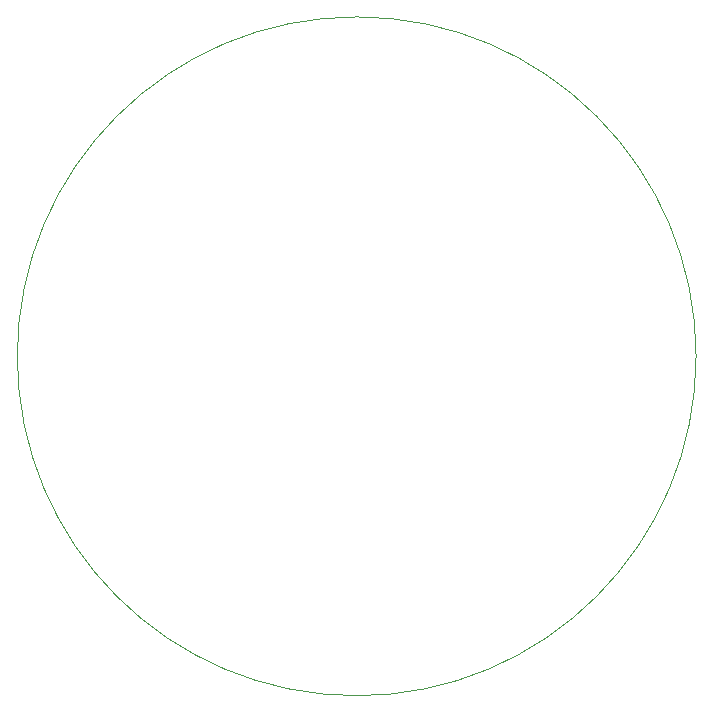
<source format=gm1>
G04 #@! TF.GenerationSoftware,KiCad,Pcbnew,5.1.5+dfsg1-2build2*
G04 #@! TF.CreationDate,2021-12-24T19:22:18+01:00*
G04 #@! TF.ProjectId,spinnybee-pcb,7370696e-6e79-4626-9565-2d7063622e6b,rev?*
G04 #@! TF.SameCoordinates,Original*
G04 #@! TF.FileFunction,Profile,NP*
%FSLAX46Y46*%
G04 Gerber Fmt 4.6, Leading zero omitted, Abs format (unit mm)*
G04 Created by KiCad (PCBNEW 5.1.5+dfsg1-2build2) date 2021-12-24 19:22:18*
%MOMM*%
%LPD*%
G04 APERTURE LIST*
%ADD10C,0.050000*%
G04 APERTURE END LIST*
D10*
X115096820Y-52070000D02*
G75*
G03X115096820Y-52070000I-28736820J0D01*
G01*
M02*

</source>
